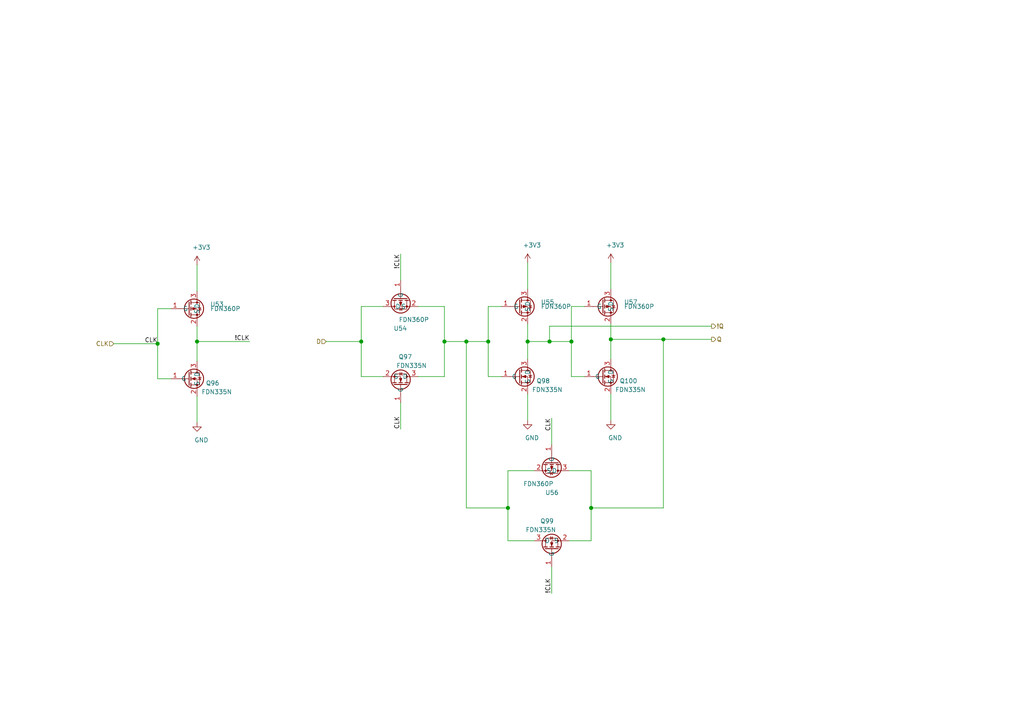
<source format=kicad_sch>
(kicad_sch (version 20200828) (generator eeschema)
  (page 0 26)
  (paper "A4")
  (lib_symbols
    (symbol "Custom_Transistors:FDN335N"
      (property "Reference" "Q" (at 9.525 -13.97 0))
      (property "Value" "FDN335N" (at 9.525 -13.97 0))
      (symbol "FDN335N_0_1"
        (circle (center -0.889 0) (radius 2.794) (stroke (width 0.254)))
        (circle (center 0 -1.778) (radius 0.254) (fill (type outline)))
        (circle (center 0 1.778) (radius 0.254) (fill (type outline)))
        (polyline (pts (xy -2.286 0) (xy -5.08 0)))
        (polyline (pts (xy -2.286 1.905) (xy -2.286 -1.905)) (stroke (width 0.254)))
        (polyline (pts (xy -1.778 -1.27) (xy -1.778 -2.286)) (stroke (width 0.254)))
        (polyline (pts (xy -1.778 0.508) (xy -1.778 -0.508)) (stroke (width 0.254)))
        (polyline (pts (xy -1.778 2.286) (xy -1.778 1.27)) (stroke (width 0.254)))
        (polyline (pts (xy 0 2.54) (xy 0 1.778)))
        (polyline (pts (xy 0 -2.54) (xy 0 0) (xy -1.778 0)))
        (polyline (pts (xy -1.778 -1.778) (xy 0.762 -1.778) (xy 0.762 1.778) (xy -1.778 1.778)))
        (polyline (pts (xy -1.524 0) (xy -0.508 0.381) (xy -0.508 -0.381) (xy -1.524 0)) (fill (type outline)))
        (polyline (pts (xy 0.254 0.508) (xy 0.381 0.381) (xy 1.143 0.381) (xy 1.27 0.254)))
        (polyline (pts (xy 0.762 0.381) (xy 0.381 -0.254) (xy 1.143 -0.254) (xy 0.762 0.381)))
      )
      (symbol "FDN335N_1_1"
        (pin passive line (at 0 5.08 270) (length 2.54) (name "D") (number "3"))
        (pin input line (at -7.62 0 0) (length 2.54) (name "G") (number "1"))
        (pin passive line (at 0 -5.08 90) (length 2.54) (name "S") (number "2"))
      )
    )
    (symbol "Custom_Transistors:FDN360P" (pin_names (offset 1.016))
      (property "Reference" "Q" (at 3.175 4.445 0))
      (property "Value" "FDN360P" (at 6.35 1.905 0))
      (symbol "FDN360P_0_1"
        (circle (center -0.889 0) (radius 2.794) (stroke (width 0.254)))
        (circle (center 0 -1.778) (radius 0.254) (fill (type outline)))
        (circle (center 0 1.778) (radius 0.254) (fill (type outline)))
        (polyline (pts (xy -2.286 0) (xy -5.08 0)))
        (polyline (pts (xy -2.286 1.905) (xy -2.286 -1.905)) (stroke (width 0.254)))
        (polyline (pts (xy -1.778 -1.27) (xy -1.778 -2.286)) (stroke (width 0.254)))
        (polyline (pts (xy -1.778 0.508) (xy -1.778 -0.508)) (stroke (width 0.254)))
        (polyline (pts (xy -1.778 2.286) (xy -1.778 1.27)) (stroke (width 0.254)))
        (polyline (pts (xy 0 2.54) (xy 0 1.778)))
        (polyline (pts (xy 0 -2.54) (xy 0 0) (xy -1.778 0)))
        (polyline (pts (xy -1.778 1.778) (xy 0.762 1.778) (xy 0.762 -1.778) (xy -1.778 -1.778)))
        (polyline (pts (xy -0.254 0) (xy -1.27 0.381) (xy -1.27 -0.381) (xy -0.254 0)) (fill (type outline)))
        (polyline (pts (xy 0.254 -0.508) (xy 0.381 -0.381) (xy 1.143 -0.381) (xy 1.27 -0.254)))
        (polyline (pts (xy 0.762 -0.381) (xy 0.381 0.254) (xy 1.143 0.254) (xy 0.762 -0.381)))
      )
      (symbol "FDN360P_1_1"
        (pin passive line (at 0 5.08 270) (length 2.54) (name "D") (number "3"))
        (pin input line (at -7.62 0 0) (length 2.54) (name "G") (number "1"))
        (pin passive line (at 0 -5.08 90) (length 2.54) (name "S") (number "2"))
      )
    )
    (symbol "Custom_Transistors:FDN360P_1" (pin_names (offset 1.016))
      (property "Reference" "Q" (at 3.175 4.445 0))
      (property "Value" "FDN360P" (at 6.35 1.905 0))
      (symbol "FDN360P_1_0_1"
        (circle (center -0.889 0) (radius 2.794) (stroke (width 0.254)))
        (circle (center 0 -1.778) (radius 0.254) (fill (type outline)))
        (circle (center 0 1.778) (radius 0.254) (fill (type outline)))
        (polyline (pts (xy -2.286 0) (xy -5.08 0)))
        (polyline (pts (xy -2.286 1.905) (xy -2.286 -1.905)) (stroke (width 0.254)))
        (polyline (pts (xy -1.778 -1.27) (xy -1.778 -2.286)) (stroke (width 0.254)))
        (polyline (pts (xy -1.778 0.508) (xy -1.778 -0.508)) (stroke (width 0.254)))
        (polyline (pts (xy -1.778 2.286) (xy -1.778 1.27)) (stroke (width 0.254)))
        (polyline (pts (xy 0 2.54) (xy 0 1.778)))
        (polyline (pts (xy 0 -2.54) (xy 0 0) (xy -1.778 0)))
        (polyline (pts (xy -1.778 1.778) (xy 0.762 1.778) (xy 0.762 -1.778) (xy -1.778 -1.778)))
        (polyline (pts (xy -0.254 0) (xy -1.27 0.381) (xy -1.27 -0.381) (xy -0.254 0)) (fill (type outline)))
        (polyline (pts (xy 0.254 -0.508) (xy 0.381 -0.381) (xy 1.143 -0.381) (xy 1.27 -0.254)))
        (polyline (pts (xy 0.762 -0.381) (xy 0.381 0.254) (xy 1.143 0.254) (xy 0.762 -0.381)))
      )
      (symbol "FDN360P_1_1_1"
        (pin passive line (at 0 5.08 270) (length 2.54) (name "D") (number "3"))
        (pin input line (at -7.62 0 0) (length 2.54) (name "G") (number "1"))
        (pin passive line (at 0 -5.08 90) (length 2.54) (name "S") (number "2"))
      )
    )
    (symbol "Custom_Transistors:FDN360P_2" (pin_names (offset 1.016))
      (property "Reference" "Q" (at 3.175 4.445 0))
      (property "Value" "FDN360P" (at 6.35 1.905 0))
      (symbol "FDN360P_2_0_1"
        (circle (center -0.889 0) (radius 2.794) (stroke (width 0.254)))
        (circle (center 0 -1.778) (radius 0.254) (fill (type outline)))
        (circle (center 0 1.778) (radius 0.254) (fill (type outline)))
        (polyline (pts (xy -2.286 0) (xy -5.08 0)))
        (polyline (pts (xy -2.286 1.905) (xy -2.286 -1.905)) (stroke (width 0.254)))
        (polyline (pts (xy -1.778 -1.27) (xy -1.778 -2.286)) (stroke (width 0.254)))
        (polyline (pts (xy -1.778 0.508) (xy -1.778 -0.508)) (stroke (width 0.254)))
        (polyline (pts (xy -1.778 2.286) (xy -1.778 1.27)) (stroke (width 0.254)))
        (polyline (pts (xy 0 2.54) (xy 0 1.778)))
        (polyline (pts (xy 0 -2.54) (xy 0 0) (xy -1.778 0)))
        (polyline (pts (xy -1.778 1.778) (xy 0.762 1.778) (xy 0.762 -1.778) (xy -1.778 -1.778)))
        (polyline (pts (xy -0.254 0) (xy -1.27 0.381) (xy -1.27 -0.381) (xy -0.254 0)) (fill (type outline)))
        (polyline (pts (xy 0.254 -0.508) (xy 0.381 -0.381) (xy 1.143 -0.381) (xy 1.27 -0.254)))
        (polyline (pts (xy 0.762 -0.381) (xy 0.381 0.254) (xy 1.143 0.254) (xy 0.762 -0.381)))
      )
      (symbol "FDN360P_2_1_1"
        (pin passive line (at 0 5.08 270) (length 2.54) (name "D") (number "3"))
        (pin input line (at -7.62 0 0) (length 2.54) (name "G") (number "1"))
        (pin passive line (at 0 -5.08 90) (length 2.54) (name "S") (number "2"))
      )
    )
    (symbol "Custom_Transistors:FDN360P_3" (pin_names (offset 1.016))
      (property "Reference" "Q" (at 3.175 4.445 0))
      (property "Value" "FDN360P" (at 6.35 1.905 0))
      (symbol "FDN360P_3_0_1"
        (circle (center -0.889 0) (radius 2.794) (stroke (width 0.254)))
        (circle (center 0 -1.778) (radius 0.254) (fill (type outline)))
        (circle (center 0 1.778) (radius 0.254) (fill (type outline)))
        (polyline (pts (xy -2.286 0) (xy -5.08 0)))
        (polyline (pts (xy -2.286 1.905) (xy -2.286 -1.905)) (stroke (width 0.254)))
        (polyline (pts (xy -1.778 -1.27) (xy -1.778 -2.286)) (stroke (width 0.254)))
        (polyline (pts (xy -1.778 0.508) (xy -1.778 -0.508)) (stroke (width 0.254)))
        (polyline (pts (xy -1.778 2.286) (xy -1.778 1.27)) (stroke (width 0.254)))
        (polyline (pts (xy 0 2.54) (xy 0 1.778)))
        (polyline (pts (xy 0 -2.54) (xy 0 0) (xy -1.778 0)))
        (polyline (pts (xy -1.778 1.778) (xy 0.762 1.778) (xy 0.762 -1.778) (xy -1.778 -1.778)))
        (polyline (pts (xy -0.254 0) (xy -1.27 0.381) (xy -1.27 -0.381) (xy -0.254 0)) (fill (type outline)))
        (polyline (pts (xy 0.254 -0.508) (xy 0.381 -0.381) (xy 1.143 -0.381) (xy 1.27 -0.254)))
        (polyline (pts (xy 0.762 -0.381) (xy 0.381 0.254) (xy 1.143 0.254) (xy 0.762 -0.381)))
      )
      (symbol "FDN360P_3_1_1"
        (pin passive line (at 0 5.08 270) (length 2.54) (name "D") (number "3"))
        (pin input line (at -7.62 0 0) (length 2.54) (name "G") (number "1"))
        (pin passive line (at 0 -5.08 90) (length 2.54) (name "S") (number "2"))
      )
    )
    (symbol "Custom_Transistors:FDN360P_4" (pin_names (offset 1.016))
      (property "Reference" "Q" (at 3.175 4.445 0))
      (property "Value" "FDN360P" (at 6.35 1.905 0))
      (symbol "FDN360P_4_0_1"
        (circle (center -0.889 0) (radius 2.794) (stroke (width 0.254)))
        (circle (center 0 -1.778) (radius 0.254) (fill (type outline)))
        (circle (center 0 1.778) (radius 0.254) (fill (type outline)))
        (polyline (pts (xy -2.286 0) (xy -5.08 0)))
        (polyline (pts (xy -2.286 1.905) (xy -2.286 -1.905)) (stroke (width 0.254)))
        (polyline (pts (xy -1.778 -1.27) (xy -1.778 -2.286)) (stroke (width 0.254)))
        (polyline (pts (xy -1.778 0.508) (xy -1.778 -0.508)) (stroke (width 0.254)))
        (polyline (pts (xy -1.778 2.286) (xy -1.778 1.27)) (stroke (width 0.254)))
        (polyline (pts (xy 0 2.54) (xy 0 1.778)))
        (polyline (pts (xy 0 -2.54) (xy 0 0) (xy -1.778 0)))
        (polyline (pts (xy -1.778 1.778) (xy 0.762 1.778) (xy 0.762 -1.778) (xy -1.778 -1.778)))
        (polyline (pts (xy -0.254 0) (xy -1.27 0.381) (xy -1.27 -0.381) (xy -0.254 0)) (fill (type outline)))
        (polyline (pts (xy 0.254 -0.508) (xy 0.381 -0.381) (xy 1.143 -0.381) (xy 1.27 -0.254)))
        (polyline (pts (xy 0.762 -0.381) (xy 0.381 0.254) (xy 1.143 0.254) (xy 0.762 -0.381)))
      )
      (symbol "FDN360P_4_1_1"
        (pin passive line (at 0 5.08 270) (length 2.54) (name "D") (number "3"))
        (pin input line (at -7.62 0 0) (length 2.54) (name "G") (number "1"))
        (pin passive line (at 0 -5.08 90) (length 2.54) (name "S") (number "2"))
      )
    )
    (symbol "power:+3V3" (power) (pin_names (offset 0))
      (property "Value" "+3V3" (at 0 3.556 0))
      (symbol "+3V3_0_1"
        (polyline (pts (xy -0.762 1.27) (xy 0 2.54)))
        (polyline (pts (xy 0 0) (xy 0 2.54)))
        (polyline (pts (xy 0 2.54) (xy 0.762 1.27)))
      )
      (symbol "+3V3_1_1"
        (pin power_in line (at 0 0 90) (length 0) hide (name "+3V3") (number "1"))
      )
    )
    (symbol "power:GND" (power) (pin_names (offset 0))
      (property "Value" "GND" (at 0 -3.81 0))
      (symbol "GND_0_1"
        (polyline (pts (xy 0 0) (xy 0 -1.27) (xy 1.27 -1.27) (xy 0 -2.54) (xy -1.27 -1.27) (xy 0 -1.27)))
      )
      (symbol "GND_1_1"
        (pin power_in line (at 0 0 270) (length 0) hide (name "GND") (number "1"))
      )
    )
  )
  (junction (at 45.72 99.695) (diameter 1.016))
  (junction (at 57.15 99.06) (diameter 1.016))
  (junction (at 104.775 99.06) (diameter 1.016))
  (junction (at 128.905 99.06) (diameter 1.016))
  (junction (at 135.255 99.06) (diameter 1.016))
  (junction (at 141.605 99.06) (diameter 1.016))
  (junction (at 147.32 147.32) (diameter 1.016))
  (junction (at 153.035 99.06) (diameter 1.016))
  (junction (at 159.385 99.06) (diameter 1.016))
  (junction (at 165.735 99.06) (diameter 1.016))
  (junction (at 171.45 147.32) (diameter 1.016))
  (junction (at 177.165 98.425) (diameter 1.016))
  (junction (at 192.405 98.425) (diameter 1.016))
  (wire (pts (xy 33.02 99.695) (xy 45.72 99.695)))
  (wire (pts (xy 45.72 89.535) (xy 45.72 99.695)))
  (wire (pts (xy 45.72 99.695) (xy 45.72 109.855)))
  (wire (pts (xy 45.72 109.855) (xy 49.53 109.855)))
  (wire (pts (xy 49.53 89.535) (xy 45.72 89.535)))
  (wire (pts (xy 57.15 76.835) (xy 57.15 84.455)))
  (wire (pts (xy 57.15 94.615) (xy 57.15 99.06)))
  (wire (pts (xy 57.15 99.06) (xy 57.15 104.775)))
  (wire (pts (xy 57.15 99.06) (xy 72.39 99.06)))
  (wire (pts (xy 57.15 114.935) (xy 57.15 122.555)))
  (wire (pts (xy 94.615 99.06) (xy 104.775 99.06)))
  (wire (pts (xy 104.775 88.9) (xy 104.775 99.06)))
  (wire (pts (xy 104.775 99.06) (xy 104.775 109.22)))
  (wire (pts (xy 104.775 109.22) (xy 111.125 109.22)))
  (wire (pts (xy 111.125 88.9) (xy 104.775 88.9)))
  (wire (pts (xy 116.205 73.66) (xy 116.205 81.28)))
  (wire (pts (xy 116.205 124.46) (xy 116.205 116.84)))
  (wire (pts (xy 121.285 109.22) (xy 128.905 109.22)))
  (wire (pts (xy 128.905 88.9) (xy 121.285 88.9)))
  (wire (pts (xy 128.905 99.06) (xy 128.905 88.9)))
  (wire (pts (xy 128.905 99.06) (xy 135.255 99.06)))
  (wire (pts (xy 128.905 109.22) (xy 128.905 99.06)))
  (wire (pts (xy 135.255 99.06) (xy 135.255 147.32)))
  (wire (pts (xy 135.255 99.06) (xy 141.605 99.06)))
  (wire (pts (xy 141.605 88.9) (xy 141.605 99.06)))
  (wire (pts (xy 141.605 99.06) (xy 141.605 109.22)))
  (wire (pts (xy 141.605 109.22) (xy 145.415 109.22)))
  (wire (pts (xy 145.415 88.9) (xy 141.605 88.9)))
  (wire (pts (xy 147.32 136.525) (xy 147.32 147.32)))
  (wire (pts (xy 147.32 136.525) (xy 154.94 136.525)))
  (wire (pts (xy 147.32 147.32) (xy 135.255 147.32)))
  (wire (pts (xy 147.32 147.32) (xy 147.32 156.845)))
  (wire (pts (xy 153.035 76.2) (xy 153.035 83.82)))
  (wire (pts (xy 153.035 93.98) (xy 153.035 99.06)))
  (wire (pts (xy 153.035 99.06) (xy 153.035 104.14)))
  (wire (pts (xy 153.035 99.06) (xy 159.385 99.06)))
  (wire (pts (xy 153.035 114.3) (xy 153.035 121.92)))
  (wire (pts (xy 154.94 156.845) (xy 147.32 156.845)))
  (wire (pts (xy 159.385 94.615) (xy 206.375 94.615)))
  (wire (pts (xy 159.385 99.06) (xy 159.385 94.615)))
  (wire (pts (xy 159.385 99.06) (xy 165.735 99.06)))
  (wire (pts (xy 160.02 121.285) (xy 160.02 128.905)))
  (wire (pts (xy 160.02 172.085) (xy 160.02 164.465)))
  (wire (pts (xy 165.1 136.525) (xy 171.45 136.525)))
  (wire (pts (xy 165.735 88.9) (xy 165.735 99.06)))
  (wire (pts (xy 165.735 99.06) (xy 165.735 109.22)))
  (wire (pts (xy 165.735 109.22) (xy 169.545 109.22)))
  (wire (pts (xy 169.545 88.9) (xy 165.735 88.9)))
  (wire (pts (xy 171.45 136.525) (xy 171.45 147.32)))
  (wire (pts (xy 171.45 147.32) (xy 171.45 156.845)))
  (wire (pts (xy 171.45 156.845) (xy 165.1 156.845)))
  (wire (pts (xy 177.165 76.2) (xy 177.165 83.82)))
  (wire (pts (xy 177.165 93.98) (xy 177.165 98.425)))
  (wire (pts (xy 177.165 98.425) (xy 177.165 104.14)))
  (wire (pts (xy 177.165 98.425) (xy 192.405 98.425)))
  (wire (pts (xy 177.165 114.3) (xy 177.165 121.92)))
  (wire (pts (xy 192.405 98.425) (xy 192.405 147.32)))
  (wire (pts (xy 192.405 98.425) (xy 206.375 98.425)))
  (wire (pts (xy 192.405 147.32) (xy 171.45 147.32)))
  (label "CLK" (at 45.72 99.695 180))
  (label "!CLK" (at 72.39 99.06 180))
  (label "!CLK" (at 116.205 73.66 270))
  (label "CLK" (at 116.205 124.46 90))
  (label "CLK" (at 160.02 121.285 270))
  (label "!CLK" (at 160.02 172.085 90))
  (hierarchical_label "CLK" (shape input) (at 33.02 99.695 180))
  (hierarchical_label "D" (shape input) (at 94.615 99.06 180))
  (hierarchical_label "!Q" (shape output) (at 206.375 94.615 0))
  (hierarchical_label "Q" (shape output) (at 206.375 98.425 0))
  (symbol (lib_id "power:+3V3") (at 57.15 76.835 0)
    (property "Reference" "#PWR0222" (effects hide))
    (property "Value" "+3V3" (at 58.42 71.755 0))
  )
  (symbol (lib_id "power:+3V3") (at 153.035 76.2 0)
    (property "Reference" "#PWR0220" (effects hide))
    (property "Value" "+3V3" (at 154.305 71.12 0))
  )
  (symbol (lib_id "power:+3V3") (at 177.165 76.2 0)
    (property "Reference" "#PWR0221" (effects hide))
    (property "Value" "+3V3" (at 178.435 71.12 0))
  )
  (symbol (lib_id "power:GND") (at 57.15 122.555 0)
    (property "Reference" "#PWR0223" (effects hide))
    (property "Value" "GND" (at 58.42 127.635 0))
  )
  (symbol (lib_id "power:GND") (at 153.035 121.92 0)
    (property "Reference" "#PWR0225" (effects hide))
    (property "Value" "GND" (at 154.305 127 0))
  )
  (symbol (lib_id "power:GND") (at 177.165 121.92 0)
    (property "Reference" "#PWR0224" (effects hide))
    (property "Value" "GND" (at 178.435 127 0))
  )
  (symbol (lib_name "Custom_Transistors:FDN360P_1") (lib_id "Custom_Transistors:FDN360P") (at 57.15 89.535 0)
    (property "Reference" "U53" (at 60.96 88.265 0) (effects (justify left)))
    (property "Value" "FDN360P" (at 60.96 89.535 0) (effects (justify left)))
    (property "Footprint" "Package_TO_SOT_SMD:SOT-23" (effects hide))
  )
  (symbol (lib_id "Custom_Transistors:FDN335N") (at 57.15 109.855 0)
    (property "Reference" "Q96" (at 59.69 111.125 0) (effects (justify left)))
    (property "Value" "FDN335N" (at 58.42 113.665 0) (effects (justify left)))
    (property "Footprint" "Package_TO_SOT_SMD:SOT-23" (effects hide))
    (property "Datasheet" "https://datasheet.lcsc.com/szlcsc/ON-Semicon-ON-FDN335N_C241804.pdf" (effects hide))
  )
  (symbol (lib_name "Custom_Transistors:FDN360P_2") (lib_id "Custom_Transistors:FDN360P") (at 116.205 88.9 90) (mirror x)
    (property "Reference" "U54" (at 118.11 95.25 90) (effects (justify left)))
    (property "Value" "FDN360P" (at 124.46 92.71 90) (effects (justify left)))
    (property "Footprint" "Package_TO_SOT_SMD:SOT-23" (effects hide))
  )
  (symbol (lib_id "Custom_Transistors:FDN335N") (at 116.205 109.22 270) (mirror x)
    (property "Reference" "Q97" (at 115.57 103.505 90) (effects (justify left)))
    (property "Value" "FDN335N" (at 114.935 106.045 90) (effects (justify left)))
    (property "Footprint" "Package_TO_SOT_SMD:SOT-23" (effects hide))
    (property "Datasheet" "https://datasheet.lcsc.com/szlcsc/ON-Semicon-ON-FDN335N_C241804.pdf" (effects hide))
  )
  (symbol (lib_name "Custom_Transistors:FDN360P_3") (lib_id "Custom_Transistors:FDN360P") (at 153.035 88.9 0)
    (property "Reference" "U55" (at 156.845 87.63 0) (effects (justify left)))
    (property "Value" "FDN360P" (at 156.845 88.9 0) (effects (justify left)))
    (property "Footprint" "Package_TO_SOT_SMD:SOT-23" (effects hide))
  )
  (symbol (lib_id "Custom_Transistors:FDN335N") (at 153.035 109.22 0)
    (property "Reference" "Q98" (at 155.575 110.49 0) (effects (justify left)))
    (property "Value" "FDN335N" (at 154.305 113.03 0) (effects (justify left)))
    (property "Footprint" "Package_TO_SOT_SMD:SOT-23" (effects hide))
    (property "Datasheet" "https://datasheet.lcsc.com/szlcsc/ON-Semicon-ON-FDN335N_C241804.pdf" (effects hide))
  )
  (symbol (lib_name "Custom_Transistors:FDN360P_4") (lib_id "Custom_Transistors:FDN360P") (at 160.02 136.525 270)
    (property "Reference" "U56" (at 158.115 142.875 90) (effects (justify left)))
    (property "Value" "FDN360P" (at 151.765 140.335 90) (effects (justify left)))
    (property "Footprint" "Package_TO_SOT_SMD:SOT-23" (effects hide))
  )
  (symbol (lib_id "Custom_Transistors:FDN335N") (at 160.02 156.845 90)
    (property "Reference" "Q99" (at 160.655 151.13 90) (effects (justify left)))
    (property "Value" "FDN335N" (at 161.29 153.67 90) (effects (justify left)))
    (property "Footprint" "Package_TO_SOT_SMD:SOT-23" (effects hide))
    (property "Datasheet" "https://datasheet.lcsc.com/szlcsc/ON-Semicon-ON-FDN335N_C241804.pdf" (effects hide))
  )
  (symbol (lib_id "Custom_Transistors:FDN360P") (at 177.165 88.9 0)
    (property "Reference" "U57" (at 180.975 87.63 0) (effects (justify left)))
    (property "Value" "FDN360P" (at 180.975 88.9 0) (effects (justify left)))
    (property "Footprint" "Package_TO_SOT_SMD:SOT-23" (effects hide))
  )
  (symbol (lib_id "Custom_Transistors:FDN335N") (at 177.165 109.22 0)
    (property "Reference" "Q100" (at 179.705 110.49 0) (effects (justify left)))
    (property "Value" "FDN335N" (at 178.435 113.03 0) (effects (justify left)))
    (property "Footprint" "Package_TO_SOT_SMD:SOT-23" (effects hide))
    (property "Datasheet" "https://datasheet.lcsc.com/szlcsc/ON-Semicon-ON-FDN335N_C241804.pdf" (effects hide))
  )
)
</source>
